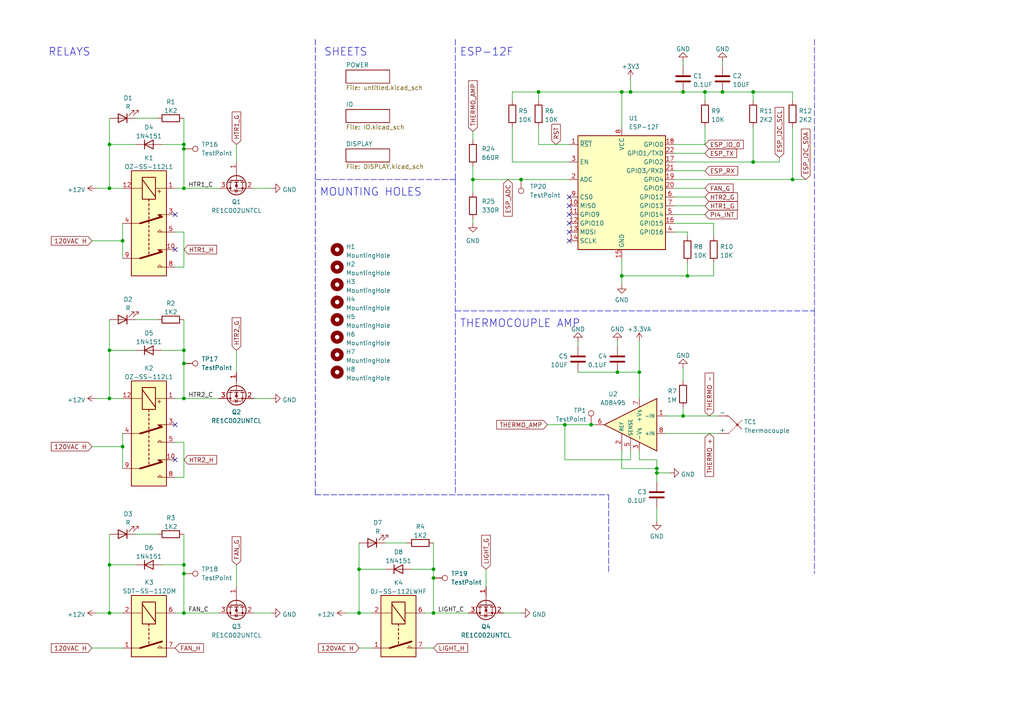
<source format=kicad_sch>
(kicad_sch (version 20211123) (generator eeschema)
  (paper "A4")
  (title_block (title "REFLOW OVEN RETOROFIT BORAD") (date "2022-12-25") (rev "B"))
  (lib_symbols
    (symbol "BUK7M6R3-40EX_2" (pin_names hide)
      (property "Reference" "Q1" (at 6.4754 0 90))
      (property "Value" "BUK7M6R3-40EX_2" (at 9.0123 0 90))
      (symbol "BUK7M6R3-40EX_2_0_1"
        (polyline (pts (xy 0.254 0) (xy -2.54 0)))
        (polyline (pts (xy 0.254 1.905) (xy 0.254 -1.905)) (stroke (width 0.254)))
        (polyline (pts (xy 0.762 -1.27) (xy 0.762 -2.286)) (stroke (width 0.254)))
        (polyline (pts (xy 0.762 0.508) (xy 0.762 -0.508)) (stroke (width 0.254)))
        (polyline (pts (xy 0.762 2.286) (xy 0.762 1.27)) (stroke (width 0.254)))
        (polyline (pts (xy 2.54 2.54) (xy 2.54 1.778)))
        (polyline (pts (xy 2.54 -2.54) (xy 2.54 0) (xy 0.762 0)))
        (polyline (pts (xy 0.762 -1.778) (xy 3.302 -1.778) (xy 3.302 1.778) (xy 0.762 1.778)))
        (polyline (pts (xy 1.016 0) (xy 2.032 0.381) (xy 2.032 -0.381) (xy 1.016 0)) (fill (type outline)))
        (polyline (pts (xy 2.794 0.508) (xy 2.921 0.381) (xy 3.683 0.381) (xy 3.81 0.254)))
        (polyline (pts (xy 3.302 0.381) (xy 2.921 -0.254) (xy 3.683 -0.254) (xy 3.302 0.381)))
        (circle (center 1.651 0) (radius 2.794) (stroke (width 0.254)))
        (circle (center 2.54 -1.778) (radius 0.254) (fill (type outline)))
        (circle (center 2.54 1.778) (radius 0.254) (fill (type outline)))
      )
      (symbol "BUK7M6R3-40EX_2_1_1"
        (pin passive line (at -5.08 0 0) (length 2.54) (name "G") (number "1"))
        (pin passive line (at 2.54 -5.08 90) (length 2.54) (name "S") (number "2"))
        (pin passive line (at 2.54 -5.08 90) (length 2.54) hide (name "S") (number "2"))
        (pin passive line (at 2.54 5.08 270) (length 2.54) (name "D") (number "3"))
        (pin passive line (at 2.54 -5.08 90) (length 2.54) hide (name "S") (number "3"))
      )
    )
    (symbol "Connector:TestPoint" (pin_numbers hide) (pin_names (offset 0.762) hide)
      (property "Reference" "TP" (at 0 6.858 0))
      (property "Value" "TestPoint" (at 0 5.08 0))
      (symbol "TestPoint_0_1"
        (circle (center 0 3.302) (radius 0.762))
      )
      (symbol "TestPoint_1_1"
        (pin passive line (at 0 0 90) (length 2.54) (name "1") (number "1"))
      )
    )
    (symbol "Device:C" (pin_numbers hide) (pin_names (offset 0.254))
      (property "Reference" "C" (at 0.635 2.54 0))
      (property "Value" "C" (at 0.635 -2.54 0))
      (symbol "C_0_1"
        (polyline (pts (xy -2.032 -0.762) (xy 2.032 -0.762)) (stroke (width 0.508)))
        (polyline (pts (xy -2.032 0.762) (xy 2.032 0.762)) (stroke (width 0.508)))
      )
      (symbol "C_1_1"
        (pin passive line (at 0 3.81 270) (length 2.794) (name "~") (number "1"))
        (pin passive line (at 0 -3.81 90) (length 2.794) (name "~") (number "2"))
      )
    )
    (symbol "Device:LED" (pin_numbers hide) (pin_names (offset 1.016) hide)
      (property "Reference" "D" (at 0 2.54 0))
      (property "Value" "LED" (at 0 -2.54 0))
      (symbol "LED_0_1"
        (polyline (pts (xy -1.27 -1.27) (xy -1.27 1.27)) (stroke (width 0.254)))
        (polyline (pts (xy -1.27 0) (xy 1.27 0)))
        (polyline (pts (xy 1.27 -1.27) (xy 1.27 1.27) (xy -1.27 0) (xy 1.27 -1.27)) (stroke (width 0.254)))
        (polyline (pts (xy -3.048 -0.762) (xy -4.572 -2.286) (xy -3.81 -2.286) (xy -4.572 -2.286) (xy -4.572 -1.524)))
        (polyline (pts (xy -1.778 -0.762) (xy -3.302 -2.286) (xy -2.54 -2.286) (xy -3.302 -2.286) (xy -3.302 -1.524)))
      )
      (symbol "LED_1_1"
        (pin passive line (at -3.81 0 0) (length 2.54) (name "K") (number "1"))
        (pin passive line (at 3.81 0 180) (length 2.54) (name "A") (number "2"))
      )
    )
    (symbol "Device:R" (pin_numbers hide) (pin_names (offset 0))
      (property "Reference" "R" (at 2.032 0 90))
      (property "Value" "R" (at 0 0 90))
      (symbol "R_0_1"
        (rectangle (start -1.016 -2.54) (end 1.016 2.54) (stroke (width 0.254)))
      )
      (symbol "R_1_1"
        (pin passive line (at 0 3.81 270) (length 1.27) (name "~") (number "1"))
        (pin passive line (at 0 -3.81 90) (length 1.27) (name "~") (number "2"))
      )
    )
    (symbol "Device:Thermocouple" (pin_numbers hide) (pin_names (offset 0))
      (property "Reference" "TC" (at -3.048 3.81 0))
      (property "Value" "Thermocouple" (at -5.08 -4.064 0))
      (symbol "Thermocouple_0_1"
        (circle (center -3.048 0) (radius 0.254) (fill (type outline)))
        (polyline (pts (xy -4.064 -1.016) (xy -4.318 -1.27)))
        (polyline (pts (xy -3.556 -0.508) (xy -3.81 -0.762)))
        (polyline (pts (xy -3.048 0) (xy -3.302 -0.254)))
        (polyline (pts (xy -2.54 0.508) (xy -2.794 0.254)))
        (polyline (pts (xy -2.032 1.016) (xy -2.286 0.762)))
        (polyline (pts (xy -1.524 1.524) (xy -1.778 1.27)))
        (polyline (pts (xy -1.016 2.032) (xy -1.27 1.778)))
        (polyline (pts (xy -0.508 2.54) (xy -0.762 2.286)))
        (polyline (pts (xy 0 -2.54) (xy -0.254 -2.54)))
        (polyline (pts (xy 0 2.54) (xy -0.508 2.54)))
        (polyline (pts (xy 0.254 -2.54) (xy -0.508 -2.54) (xy -4.318 1.27)))
      )
      (symbol "Thermocouple_1_1"
        (pin passive line (at 2.54 2.54 180) (length 2.54) (name "+") (number "1"))
        (pin passive line (at 2.54 -2.54 180) (length 2.54) (name "-") (number "2"))
      )
    )
    (symbol "Diode:1N4151" (pin_numbers hide) (pin_names hide)
      (property "Reference" "D" (at 0 2.54 0))
      (property "Value" "1N4151" (at 0 -2.54 0))
      (symbol "1N4151_0_1"
        (polyline (pts (xy -1.27 1.27) (xy -1.27 -1.27)) (stroke (width 0.254)))
        (polyline (pts (xy 1.27 0) (xy -1.27 0)))
        (polyline (pts (xy 1.27 1.27) (xy 1.27 -1.27) (xy -1.27 0) (xy 1.27 1.27)) (stroke (width 0.254)))
      )
      (symbol "1N4151_1_1"
        (pin passive line (at -3.81 0 0) (length 2.54) (name "K") (number "1"))
        (pin passive line (at 3.81 0 180) (length 2.54) (name "A") (number "2"))
      )
    )
    (symbol "Mechanical:MountingHole" (pin_names (offset 1.016))
      (property "Reference" "H" (at 0 5.08 0))
      (property "Value" "MountingHole" (at 0 3.175 0))
      (symbol "MountingHole_0_1"
        (circle (center 0 0) (radius 1.27) (stroke (width 1.27)))
      )
    )
    (symbol "RF_Module:ESP-12E"
      (property "Reference" "U" (at -12.7 19.05 0))
      (property "Value" "ESP-12E" (at 12.7 19.05 0))
      (symbol "ESP-12E_0_1"
        (rectangle (start -12.7 17.78) (end 12.7 -15.24) (stroke (width 0.254)) (fill (type background)))
      )
      (symbol "ESP-12E_1_1"
        (pin input line (at -15.24 15.24 0) (length 2.54) (name "~{RST}") (number "1"))
        (pin bidirectional line (at -15.24 -2.54 0) (length 2.54) (name "MISO") (number "10"))
        (pin bidirectional line (at -15.24 -5.08 0) (length 2.54) (name "GPIO9") (number "11"))
        (pin bidirectional line (at -15.24 -7.62 0) (length 2.54) (name "GPIO10") (number "12"))
        (pin bidirectional line (at -15.24 -10.16 0) (length 2.54) (name "MOSI") (number "13"))
        (pin bidirectional line (at -15.24 -12.7 0) (length 2.54) (name "SCLK") (number "14"))
        (pin power_in line (at 0 -17.78 90) (length 2.54) (name "GND") (number "15"))
        (pin bidirectional line (at 15.24 -7.62 180) (length 2.54) (name "GPIO15") (number "16"))
        (pin bidirectional line (at 15.24 10.16 180) (length 2.54) (name "GPIO2") (number "17"))
        (pin bidirectional line (at 15.24 15.24 180) (length 2.54) (name "GPIO0") (number "18"))
        (pin bidirectional line (at 15.24 5.08 180) (length 2.54) (name "GPIO4") (number "19"))
        (pin input line (at -15.24 5.08 0) (length 2.54) (name "ADC") (number "2"))
        (pin bidirectional line (at 15.24 2.54 180) (length 2.54) (name "GPIO5") (number "20"))
        (pin bidirectional line (at 15.24 7.62 180) (length 2.54) (name "GPIO3/RXD") (number "21"))
        (pin bidirectional line (at 15.24 12.7 180) (length 2.54) (name "GPIO1/TXD") (number "22"))
        (pin input line (at -15.24 10.16 0) (length 2.54) (name "EN") (number "3"))
        (pin bidirectional line (at 15.24 -10.16 180) (length 2.54) (name "GPIO16") (number "4"))
        (pin bidirectional line (at 15.24 -5.08 180) (length 2.54) (name "GPIO14") (number "5"))
        (pin bidirectional line (at 15.24 0 180) (length 2.54) (name "GPIO12") (number "6"))
        (pin bidirectional line (at 15.24 -2.54 180) (length 2.54) (name "GPIO13") (number "7"))
        (pin power_in line (at 0 20.32 270) (length 2.54) (name "VCC") (number "8"))
        (pin input line (at -15.24 0 0) (length 2.54) (name "CS0") (number "9"))
      )
    )
    (symbol "Relay:DIPxx-1Axx-11x"
      (property "Reference" "K" (at 8.89 3.81 0))
      (property "Value" "DIPxx-1Axx-11x" (at 8.89 1.27 0))
      (symbol "DIPxx-1Axx-11x_0_0"
        (polyline (pts (xy 5.08 5.08) (xy 5.08 2.54) (xy 4.445 3.175) (xy 5.08 3.81)))
      )
      (symbol "DIPxx-1Axx-11x_0_1"
        (rectangle (start -10.16 5.08) (end 7.62 -5.08) (stroke (width 0.254)) (fill (type background)))
        (rectangle (start -8.255 1.905) (end -1.905 -1.905) (stroke (width 0.254)))
        (polyline (pts (xy -7.62 -1.905) (xy -2.54 1.905)) (stroke (width 0.254)))
        (polyline (pts (xy -5.08 -5.08) (xy -5.08 -1.905)))
        (polyline (pts (xy -5.08 5.08) (xy -5.08 1.905)))
        (polyline (pts (xy -1.905 0) (xy -1.27 0)) (stroke (width 0.254)))
        (polyline (pts (xy -0.635 0) (xy 0 0)) (stroke (width 0.254)))
        (polyline (pts (xy 0.635 0) (xy 1.27 0)) (stroke (width 0.254)))
        (polyline (pts (xy 1.905 0) (xy 2.54 0)) (stroke (width 0.254)))
        (polyline (pts (xy 3.175 0) (xy 3.81 0)) (stroke (width 0.254)))
        (polyline (pts (xy 5.08 -2.54) (xy 3.175 3.81)) (stroke (width 0.508)))
        (polyline (pts (xy 5.08 -2.54) (xy 5.08 -5.08)))
      )
      (symbol "DIPxx-1Axx-11x_1_1"
        (pin passive line (at 5.08 -7.62 90) (length 2.54) (name "~") (number "1"))
        (pin passive line (at 5.08 -7.62 90) (length 2.54) hide (name "~") (number "14"))
        (pin passive line (at -5.08 -7.62 90) (length 2.54) (name "~") (number "2"))
        (pin passive line (at -5.08 7.62 270) (length 2.54) (name "~") (number "6"))
        (pin passive line (at 5.08 7.62 270) (length 2.54) (name "~") (number "7"))
        (pin passive line (at 5.08 7.62 270) (length 2.54) hide (name "~") (number "8"))
      )
    )
    (symbol "Relay:EE2-3NU"
      (property "Reference" "K" (at 15.24 8.89 0))
      (property "Value" "EE2-3NU" (at 19.05 6.35 0))
      (symbol "EE2-3NU_1_1"
        (rectangle (start -15.24 5.08) (end 15.24 -5.08) (stroke (width 0.254)) (fill (type background)))
        (rectangle (start -13.335 1.905) (end -6.985 -1.905) (stroke (width 0.254)))
        (polyline (pts (xy -12.7 -1.905) (xy -7.62 1.905)) (stroke (width 0.254)))
        (polyline (pts (xy -10.16 -5.08) (xy -10.16 -1.905)))
        (polyline (pts (xy -10.16 5.08) (xy -10.16 1.905)))
        (polyline (pts (xy -6.985 0) (xy -6.35 0)) (stroke (width 0.254)))
        (polyline (pts (xy -5.715 0) (xy -5.08 0)) (stroke (width 0.254)))
        (polyline (pts (xy -4.445 0) (xy -3.81 0)) (stroke (width 0.254)))
        (polyline (pts (xy -3.175 0) (xy -2.54 0)) (stroke (width 0.254)))
        (polyline (pts (xy -1.905 0) (xy -1.27 0)) (stroke (width 0.254)))
        (polyline (pts (xy -0.635 0) (xy 0 0)) (stroke (width 0.254)))
        (polyline (pts (xy 0 -2.54) (xy -1.905 3.81)) (stroke (width 0.508)))
        (polyline (pts (xy 0 -2.54) (xy 0 -5.08)))
        (polyline (pts (xy 0.635 0) (xy 1.27 0)) (stroke (width 0.254)))
        (polyline (pts (xy 1.905 0) (xy 2.54 0)) (stroke (width 0.254)))
        (polyline (pts (xy 3.175 0) (xy 3.81 0)) (stroke (width 0.254)))
        (polyline (pts (xy 4.445 0) (xy 5.08 0)) (stroke (width 0.254)))
        (polyline (pts (xy 5.715 0) (xy 6.35 0)) (stroke (width 0.254)))
        (polyline (pts (xy 6.985 0) (xy 7.62 0)) (stroke (width 0.254)))
        (polyline (pts (xy 8.255 0) (xy 8.89 0)) (stroke (width 0.254)))
        (polyline (pts (xy 10.16 -2.54) (xy 8.255 3.81)) (stroke (width 0.508)))
        (polyline (pts (xy 10.16 -2.54) (xy 10.16 -5.08)))
        (polyline (pts (xy -2.54 5.08) (xy -2.54 2.54) (xy -1.905 3.175) (xy -2.54 3.81)) (fill (type outline)))
        (polyline (pts (xy 2.54 5.08) (xy 2.54 2.54) (xy 1.905 3.175) (xy 2.54 3.81)))
        (polyline (pts (xy 7.62 5.08) (xy 7.62 2.54) (xy 8.255 3.175) (xy 7.62 3.81)) (fill (type outline)))
        (polyline (pts (xy 12.7 5.08) (xy 12.7 2.54) (xy 12.065 3.175) (xy 12.7 3.81)))
        (text "+" (at -9.271 2.921 0) (effects (font (size 1.27 1.27))))
        (pin passive line (at -10.16 7.62 270) (length 2.54) (name "~") (number "1"))
        (pin passive line (at 7.62 7.62 270) (length 2.54) (name "~") (number "10"))
        (pin passive line (at -10.16 -7.62 90) (length 2.54) (name "~") (number "12"))
        (pin passive line (at -2.54 7.62 270) (length 2.54) (name "~") (number "3"))
        (pin passive line (at 0 -7.62 90) (length 2.54) (name "~") (number "4"))
        (pin passive line (at 2.54 7.62 270) (length 2.54) (name "~") (number "5"))
        (pin passive line (at 12.7 7.62 270) (length 2.54) (name "~") (number "8"))
        (pin passive line (at 10.16 -7.62 90) (length 2.54) (name "~") (number "9"))
      )
    )
    (symbol "Sensor_Temperature:AD8495"
      (property "Reference" "U" (at 5.08 3.81 0))
      (property "Value" "AD8495" (at 8.89 -3.81 0))
      (symbol "AD8495_0_1"
        (polyline (pts (xy -7.62 7.62) (xy 7.62 0) (xy -7.62 -7.62) (xy -7.62 7.62)) (stroke (width 0.254)) (fill (type background)))
      )
      (symbol "AD8495_1_1"
        (pin input line (at -10.16 2.54 0) (length 2.54) (name "-IN") (number "1"))
        (pin input line (at 2.54 -7.62 90) (length 5.08) (name "REF") (number "2"))
        (pin power_in line (at -2.54 -7.62 90) (length 2.54) (name "-Vs") (number "3"))
        (pin no_connect line (at -5.08 0 180) (length 2.54) hide (name "NC") (number "4"))
        (pin passive line (at 0 -7.62 90) (length 3.81) (name "SENSE") (number "5"))
        (pin output line (at 10.16 0 180) (length 2.54) (name "~") (number "6"))
        (pin power_in line (at -2.54 7.62 270) (length 2.54) (name "+Vs") (number "7"))
        (pin input line (at -10.16 -2.54 0) (length 2.54) (name "+IN") (number "8"))
      )
    )
    (symbol "power:+12V" (power) (pin_names (offset 0))
      (property "Value" "+12V" (at 0 3.556 0))
      (symbol "+12V_0_1"
        (polyline (pts (xy -0.762 1.27) (xy 0 2.54)))
        (polyline (pts (xy 0 0) (xy 0 2.54)))
        (polyline (pts (xy 0 2.54) (xy 0.762 1.27)))
      )
      (symbol "+12V_1_1"
        (pin power_in line (at 0 0 90) (length 0) hide (name "+12V") (number "1"))
      )
    )
    (symbol "power:+3.3VA" (power) (pin_names (offset 0))
      (property "Value" "+3.3VA" (at 0 3.556 0))
      (symbol "+3.3VA_0_1"
        (polyline (pts (xy -0.762 1.27) (xy 0 2.54)))
        (polyline (pts (xy 0 0) (xy 0 2.54)))
        (polyline (pts (xy 0 2.54) (xy 0.762 1.27)))
      )
      (symbol "+3.3VA_1_1"
        (pin power_in line (at 0 0 90) (length 0) hide (name "+3.3VA") (number "1"))
      )
    )
    (symbol "power:+3V3" (power) (pin_names (offset 0))
      (property "Value" "+3V3" (at 0 3.556 0))
      (symbol "+3V3_0_1"
        (polyline (pts (xy -0.762 1.27) (xy 0 2.54)))
        (polyline (pts (xy 0 0) (xy 0 2.54)))
        (polyline (pts (xy 0 2.54) (xy 0.762 1.27)))
      )
      (symbol "+3V3_1_1"
        (pin power_in line (at 0 0 90) (length 0) hide (name "+3V3") (number "1"))
      )
    )
    (symbol "power:GND" (power) (pin_names (offset 0))
      (property "Value" "GND" (at 0 -3.81 0))
      (symbol "GND_0_1"
        (polyline (pts (xy 0 0) (xy 0 -1.27) (xy 1.27 -1.27) (xy 0 -2.54) (xy -1.27 -1.27) (xy 0 -1.27)))
      )
      (symbol "GND_1_1"
        (pin power_in line (at 0 0 270) (length 0) hide (name "GND") (number "1"))
      )
    )
  )
  (junction (at 31.75 115.57))
  (junction (at 53.34 177.8))
  (junction (at 204.47 26.67))
  (junction (at 35.56 69.85))
  (junction (at 31.75 54.61))
  (junction (at 180.34 80.01))
  (junction (at 104.14 165.1))
  (junction (at 137.16 52.07))
  (junction (at 125.73 165.1))
  (junction (at 198.12 26.67))
  (junction (at 53.34 101.6))
  (junction (at 209.55 26.67))
  (junction (at 31.75 177.8))
  (junction (at 218.44 26.67))
  (junction (at 163.83 123.19))
  (junction (at 190.5 137.16))
  (junction (at 171.45 123.19))
  (junction (at 53.34 166.37))
  (junction (at 151.13 52.07))
  (junction (at 179.07 107.95))
  (junction (at 53.34 41.91))
  (junction (at 53.34 163.83))
  (junction (at 182.88 26.67))
  (junction (at 190.5 135.89))
  (junction (at 180.34 26.67))
  (junction (at 53.34 54.61))
  (junction (at 53.34 43.18))
  (junction (at 104.14 177.8))
  (junction (at 31.75 101.6))
  (junction (at 31.75 163.83))
  (junction (at 185.42 107.95))
  (junction (at 53.34 115.57))
  (junction (at 35.56 129.54))
  (junction (at 229.87 52.07))
  (junction (at 156.21 26.67))
  (junction (at 125.73 167.64))
  (junction (at 53.34 105.41))
  (junction (at 218.44 46.99))
  (junction (at 31.75 41.91))
  (junction (at 199.39 80.01))
  (junction (at 125.73 177.8))
  (junction (at 198.12 120.65))
  (no_connect (at 50.8 62.23))
  (no_connect (at 165.1 67.31))
  (no_connect (at 50.8 123.19))
  (no_connect (at 165.1 59.69))
  (no_connect (at 50.8 72.39))
  (no_connect (at 165.1 64.77))
  (no_connect (at 165.1 62.23))
  (no_connect (at 50.8 133.35))
  (no_connect (at 165.1 69.85))
  (no_connect (at 165.1 57.15))
  (wire (pts (xy 68.58 101.6) (xy 68.58 107.95)))
  (wire (pts (xy 185.42 133.35) (xy 190.5 133.35)))
  (wire (pts (xy 53.34 177.8) (xy 63.5 177.8)))
  (wire (pts (xy 148.59 26.67) (xy 148.59 29.21)))
  (wire (pts (xy 31.75 54.61) (xy 35.56 54.61)))
  (wire (pts (xy 195.58 64.77) (xy 207.01 64.77)))
  (wire (pts (xy 204.47 26.67) (xy 204.47 29.21)))
  (wire (pts (xy 179.07 107.95) (xy 167.64 107.95)))
  (wire (pts (xy 180.34 80.01) (xy 180.34 82.55)))
  (wire (pts (xy 125.73 165.1) (xy 125.73 167.64)))
  (wire (pts (xy 53.34 154.94) (xy 53.34 163.83)))
  (wire (pts (xy 53.34 138.43) (xy 50.8 138.43)))
  (wire (pts (xy 195.58 44.45) (xy 204.47 44.45)))
  (wire (pts (xy 182.88 26.67) (xy 198.12 26.67)))
  (wire (pts (xy 137.16 63.5) (xy 137.16 64.77)))
  (wire (pts (xy 199.39 67.31) (xy 199.39 68.58)))
  (wire (pts (xy 195.58 57.15) (xy 204.47 57.15)))
  (wire (pts (xy 182.88 130.81) (xy 182.88 133.35)))
  (wire (pts (xy 195.58 41.91) (xy 204.47 41.91)))
  (wire (pts (xy 156.21 41.91) (xy 156.21 36.83)))
  (wire (pts (xy 218.44 46.99) (xy 226.06 46.99)))
  (wire (pts (xy 190.5 133.35) (xy 190.5 135.89)))
  (wire (pts (xy 172.72 123.19) (xy 171.45 123.19)))
  (wire (pts (xy 179.07 99.06) (xy 179.07 100.33)))
  (wire (pts (xy 163.83 123.19) (xy 163.83 133.35)))
  (wire (pts (xy 185.42 130.81) (xy 185.42 133.35)))
  (wire (pts (xy 125.73 177.8) (xy 123.19 177.8)))
  (wire (pts (xy 171.45 123.19) (xy 163.83 123.19)))
  (wire (pts (xy 31.75 41.91) (xy 31.75 54.61)))
  (wire (pts (xy 182.88 133.35) (xy 163.83 133.35)))
  (wire (pts (xy 53.34 67.31) (xy 53.34 77.47)))
  (wire (pts (xy 180.34 74.93) (xy 180.34 80.01)))
  (wire (pts (xy 156.21 29.21) (xy 156.21 26.67)))
  (wire (pts (xy 104.14 157.48) (xy 104.14 165.1)))
  (wire (pts (xy 198.12 120.65) (xy 193.04 120.65)))
  (wire (pts (xy 125.73 167.64) (xy 125.73 177.8)))
  (wire (pts (xy 53.34 105.41) (xy 53.34 115.57)))
  (polyline (pts (xy 132.08 52.07) (xy 132.08 143.51)))
  (wire (pts (xy 31.75 177.8) (xy 35.56 177.8)))
  (wire (pts (xy 185.42 99.06) (xy 185.42 107.95)))
  (wire (pts (xy 209.55 26.67) (xy 218.44 26.67)))
  (wire (pts (xy 111.76 165.1) (xy 104.14 165.1)))
  (wire (pts (xy 208.28 125.73) (xy 193.04 125.73)))
  (wire (pts (xy 53.34 34.29) (xy 53.34 41.91)))
  (wire (pts (xy 39.37 163.83) (xy 31.75 163.83)))
  (wire (pts (xy 198.12 118.11) (xy 198.12 120.65)))
  (wire (pts (xy 53.34 54.61) (xy 50.8 54.61)))
  (wire (pts (xy 35.56 64.77) (xy 35.56 69.85)))
  (wire (pts (xy 39.37 101.6) (xy 31.75 101.6)))
  (wire (pts (xy 198.12 17.78) (xy 198.12 19.05)))
  (wire (pts (xy 226.06 46.99) (xy 226.06 45.72)))
  (wire (pts (xy 31.75 115.57) (xy 35.56 115.57)))
  (polyline (pts (xy 132.08 11.43) (xy 132.08 52.07)))
  (wire (pts (xy 195.58 59.69) (xy 204.47 59.69)))
  (wire (pts (xy 137.16 48.26) (xy 137.16 52.07)))
  (wire (pts (xy 204.47 26.67) (xy 209.55 26.67)))
  (wire (pts (xy 199.39 80.01) (xy 199.39 76.2)))
  (wire (pts (xy 229.87 29.21) (xy 229.87 26.67)))
  (wire (pts (xy 229.87 36.83) (xy 229.87 52.07)))
  (wire (pts (xy 39.37 154.94) (xy 45.72 154.94)))
  (wire (pts (xy 53.34 115.57) (xy 63.5 115.57)))
  (wire (pts (xy 104.14 187.96) (xy 107.95 187.96)))
  (wire (pts (xy 53.34 163.83) (xy 53.34 166.37)))
  (wire (pts (xy 195.58 49.53) (xy 204.47 49.53)))
  (wire (pts (xy 163.83 123.19) (xy 158.75 123.19)))
  (wire (pts (xy 27.94 115.57) (xy 31.75 115.57)))
  (wire (pts (xy 31.75 34.29) (xy 31.75 41.91)))
  (wire (pts (xy 27.94 177.8) (xy 31.75 177.8)))
  (wire (pts (xy 185.42 107.95) (xy 185.42 115.57)))
  (polyline (pts (xy 132.08 90.17) (xy 236.22 90.17)))
  (polyline (pts (xy 91.44 143.51) (xy 176.53 143.51)))
  (wire (pts (xy 148.59 46.99) (xy 148.59 36.83)))
  (wire (pts (xy 207.01 76.2) (xy 207.01 80.01)))
  (wire (pts (xy 148.59 46.99) (xy 165.1 46.99)))
  (wire (pts (xy 190.5 137.16) (xy 190.5 139.7)))
  (wire (pts (xy 68.58 163.83) (xy 68.58 170.18)))
  (wire (pts (xy 137.16 38.1) (xy 137.16 40.64)))
  (wire (pts (xy 39.37 92.71) (xy 45.72 92.71)))
  (wire (pts (xy 53.34 115.57) (xy 50.8 115.57)))
  (wire (pts (xy 31.75 163.83) (xy 31.75 177.8)))
  (wire (pts (xy 46.99 41.91) (xy 53.34 41.91)))
  (polyline (pts (xy 91.44 11.43) (xy 91.44 143.51)))
  (wire (pts (xy 46.99 163.83) (xy 53.34 163.83)))
  (wire (pts (xy 53.34 43.18) (xy 53.34 54.61)))
  (wire (pts (xy 180.34 130.81) (xy 180.34 135.89)))
  (wire (pts (xy 180.34 135.89) (xy 190.5 135.89)))
  (wire (pts (xy 165.1 41.91) (xy 156.21 41.91)))
  (wire (pts (xy 53.34 54.61) (xy 63.5 54.61)))
  (wire (pts (xy 190.5 147.32) (xy 190.5 151.13)))
  (wire (pts (xy 68.58 41.91) (xy 68.58 46.99)))
  (wire (pts (xy 208.28 120.65) (xy 198.12 120.65)))
  (wire (pts (xy 180.34 26.67) (xy 180.34 36.83)))
  (wire (pts (xy 53.34 92.71) (xy 53.34 101.6)))
  (wire (pts (xy 31.75 154.94) (xy 31.75 163.83)))
  (wire (pts (xy 179.07 107.95) (xy 185.42 107.95)))
  (wire (pts (xy 148.59 26.67) (xy 156.21 26.67)))
  (wire (pts (xy 53.34 41.91) (xy 53.34 43.18)))
  (wire (pts (xy 180.34 80.01) (xy 199.39 80.01)))
  (wire (pts (xy 53.34 128.27) (xy 53.34 138.43)))
  (wire (pts (xy 218.44 26.67) (xy 218.44 29.21)))
  (wire (pts (xy 204.47 41.91) (xy 204.47 36.83)))
  (wire (pts (xy 195.58 54.61) (xy 204.47 54.61)))
  (wire (pts (xy 50.8 77.47) (xy 53.34 77.47)))
  (wire (pts (xy 190.5 135.89) (xy 190.5 137.16)))
  (wire (pts (xy 195.58 52.07) (xy 229.87 52.07)))
  (wire (pts (xy 50.8 128.27) (xy 53.34 128.27)))
  (wire (pts (xy 123.19 187.96) (xy 125.73 187.96)))
  (wire (pts (xy 26.67 187.96) (xy 35.56 187.96)))
  (polyline (pts (xy 176.53 143.51) (xy 176.53 166.37)))
  (wire (pts (xy 194.31 137.16) (xy 190.5 137.16)))
  (wire (pts (xy 156.21 26.67) (xy 180.34 26.67)))
  (wire (pts (xy 73.66 115.57) (xy 78.74 115.57)))
  (polyline (pts (xy 236.22 11.43) (xy 236.22 90.17)))
  (wire (pts (xy 167.64 99.06) (xy 167.64 100.33)))
  (wire (pts (xy 100.33 177.8) (xy 104.14 177.8)))
  (wire (pts (xy 35.56 129.54) (xy 35.56 135.89)))
  (wire (pts (xy 111.76 157.48) (xy 118.11 157.48)))
  (wire (pts (xy 31.75 92.71) (xy 31.75 101.6)))
  (wire (pts (xy 104.14 177.8) (xy 107.95 177.8)))
  (wire (pts (xy 119.38 165.1) (xy 125.73 165.1)))
  (wire (pts (xy 27.94 54.61) (xy 31.75 54.61)))
  (wire (pts (xy 39.37 41.91) (xy 31.75 41.91)))
  (wire (pts (xy 229.87 52.07) (xy 233.68 52.07)))
  (wire (pts (xy 137.16 52.07) (xy 151.13 52.07)))
  (wire (pts (xy 140.97 165.1) (xy 140.97 170.18)))
  (wire (pts (xy 146.05 177.8) (xy 151.13 177.8)))
  (wire (pts (xy 207.01 80.01) (xy 199.39 80.01)))
  (wire (pts (xy 39.37 34.29) (xy 45.72 34.29)))
  (wire (pts (xy 195.58 62.23) (xy 204.47 62.23)))
  (wire (pts (xy 26.67 69.85) (xy 35.56 69.85)))
  (wire (pts (xy 137.16 52.07) (xy 137.16 55.88)))
  (wire (pts (xy 73.66 177.8) (xy 78.74 177.8)))
  (wire (pts (xy 26.67 129.54) (xy 35.56 129.54)))
  (wire (pts (xy 229.87 26.67) (xy 218.44 26.67)))
  (wire (pts (xy 195.58 46.99) (xy 218.44 46.99)))
  (wire (pts (xy 53.34 166.37) (xy 53.34 177.8)))
  (wire (pts (xy 151.13 52.07) (xy 165.1 52.07)))
  (wire (pts (xy 53.34 177.8) (xy 50.8 177.8)))
  (wire (pts (xy 53.34 101.6) (xy 53.34 105.41)))
  (polyline (pts (xy 236.22 90.17) (xy 236.22 166.37)))
  (wire (pts (xy 198.12 106.68) (xy 198.12 110.49)))
  (wire (pts (xy 198.12 26.67) (xy 204.47 26.67)))
  (polyline (pts (xy 132.08 52.07) (xy 91.44 52.07)))
  (wire (pts (xy 35.56 69.85) (xy 35.56 74.93)))
  (wire (pts (xy 46.99 101.6) (xy 53.34 101.6)))
  (wire (pts (xy 218.44 36.83) (xy 218.44 46.99)))
  (wire (pts (xy 35.56 125.73) (xy 35.56 129.54)))
  (wire (pts (xy 50.8 67.31) (xy 53.34 67.31)))
  (wire (pts (xy 31.75 101.6) (xy 31.75 115.57)))
  (wire (pts (xy 125.73 157.48) (xy 125.73 165.1)))
  (wire (pts (xy 104.14 165.1) (xy 104.14 177.8)))
  (wire (pts (xy 73.66 54.61) (xy 78.74 54.61)))
  (wire (pts (xy 207.01 64.77) (xy 207.01 68.58)))
  (wire (pts (xy 182.88 22.86) (xy 182.88 26.67)))
  (wire (pts (xy 125.73 177.8) (xy 135.89 177.8)))
  (wire (pts (xy 180.34 26.67) (xy 182.88 26.67)))
  (wire (pts (xy 209.55 17.78) (xy 209.55 19.05)))
  (wire (pts (xy 195.58 67.31) (xy 199.39 67.31)))
  (text "THERMOCOUPLE AMP" (at 133.35 95.25 0) (effects (font (size 2.25 2.25)) (justify left bottom)))
  (text "ESP-12F\n" (at 133.35 16.51 0) (effects (font (size 2.25 2.25)) (justify left bottom)))
  (text "SHEETS\n" (at 93.98 16.51 0) (effects (font (size 2.25 2.25)) (justify left bottom)))
  (text "MOUNTING HOLES" (at 92.71 57.15 0) (effects (font (size 2.25 2.25)) (justify left bottom)))
  (text "RELAYS\n" (at 13.97 16.51 0) (effects (font (size 2.25 2.25)) (justify left bottom)))
  (label "HTR2_C" (at 54.61 115.57 0))
  (label "FAN_C" (at 54.61 177.8 0))
  (label "LIGHT_C" (at 127 177.8 0))
  (label "HTR1_C" (at 54.61 54.61 0))
  (global_label "ESP_RX" (shape input) (at 204.47 49.53 0) (property "Intersheet References" "${INTERSHEET_REFS}" (effects hide)))
  (global_label "HTR1_H" (shape input) (at 53.34 72.39 0) (property "Intersheet References" "${INTERSHEET_REFS}" (effects hide)))
  (global_label "PI4_INT" (shape input) (at 204.47 62.23 0) (property "Intersheet References" "${INTERSHEET_REFS}" (effects hide)))
  (global_label "120VAC H" (shape input) (at 26.67 129.54 180) (property "Intersheet References" "${INTERSHEET_REFS}" (effects hide)))
  (global_label "THERMO -" (shape input) (at 205.74 120.65 90) (property "Intersheet References" "${INTERSHEET_REFS}" (effects hide)))
  (global_label "RST" (shape input) (at 161.29 41.91 90) (property "Intersheet References" "${INTERSHEET_REFS}" (effects hide)))
  (global_label "ESP_ADC" (shape input) (at 147.32 52.07 270) (property "Intersheet References" "${INTERSHEET_REFS}" (effects hide)))
  (global_label "FAN_G" (shape input) (at 68.58 163.83 90) (property "Intersheet References" "${INTERSHEET_REFS}" (effects hide)))
  (global_label "ESP_IO_0" (shape input) (at 204.47 41.91 0) (property "Intersheet References" "${INTERSHEET_REFS}" (effects hide)))
  (global_label "HTR2_H" (shape input) (at 53.34 133.35 0) (property "Intersheet References" "${INTERSHEET_REFS}" (effects hide)))
  (global_label "HTR2_G" (shape input) (at 68.58 101.6 90) (property "Intersheet References" "${INTERSHEET_REFS}" (effects hide)))
  (global_label "120VAC H" (shape input) (at 104.14 187.96 180) (property "Intersheet References" "${INTERSHEET_REFS}" (effects hide)))
  (global_label "FAN_G" (shape input) (at 204.47 54.61 0) (property "Intersheet References" "${INTERSHEET_REFS}" (effects hide)))
  (global_label "120VAC H" (shape input) (at 26.67 187.96 180) (property "Intersheet References" "${INTERSHEET_REFS}" (effects hide)))
  (global_label "ESP_TX" (shape input) (at 204.47 44.45 0) (property "Intersheet References" "${INTERSHEET_REFS}" (effects hide)))
  (global_label "120VAC H" (shape input) (at 26.67 69.85 180) (property "Intersheet References" "${INTERSHEET_REFS}" (effects hide)))
  (global_label "THERMO +" (shape input) (at 205.74 125.73 270) (property "Intersheet References" "${INTERSHEET_REFS}" (effects hide)))
  (global_label "HTR1_G" (shape input) (at 68.58 41.91 90) (property "Intersheet References" "${INTERSHEET_REFS}" (effects hide)))
  (global_label "LIGHT_G" (shape input) (at 140.97 165.1 90) (property "Intersheet References" "${INTERSHEET_REFS}" (effects hide)))
  (global_label "LIGHT_H" (shape input) (at 125.73 187.96 0) (property "Intersheet References" "${INTERSHEET_REFS}" (effects hide)))
  (global_label "ESP_I2C_SCL" (shape input) (at 226.06 45.72 90) (property "Intersheet References" "${INTERSHEET_REFS}" (effects hide)))
  (global_label "ESP_I2C_SDA" (shape input) (at 233.68 52.07 90) (property "Intersheet References" "${INTERSHEET_REFS}" (effects hide)))
  (global_label "HTR1_G" (shape input) (at 204.47 59.69 0) (property "Intersheet References" "${INTERSHEET_REFS}" (effects hide)))
  (global_label "THERMO_AMP" (shape input) (at 137.16 38.1 90) (property "Intersheet References" "${INTERSHEET_REFS}" (effects hide)))
  (global_label "FAN_H" (shape input) (at 50.8 187.96 0) (property "Intersheet References" "${INTERSHEET_REFS}" (effects hide)))
  (global_label "HTR2_G" (shape input) (at 204.47 57.15 0) (property "Intersheet References" "${INTERSHEET_REFS}" (effects hide)))
  (global_label "THERMO_AMP" (shape input) (at 158.75 123.19 180) (property "Intersheet References" "${INTERSHEET_REFS}" (effects hide)))
  (symbol (lib_id "Device:R") (at 199.39 72.39 0) (unit 1)
    (property "Reference" "R8" (at 201.168 71.5553 0) (effects (justify left)))
    (property "Value" "10K" (at 201.168 74.0922 0) (effects (justify left)))
    (property "Footprint" "Resistor_SMD:R_0603_1608Metric" (effects hide))
  )
  (symbol (lib_id "power:GND") (at 198.12 106.68 0) (mirror x) (unit 1)
    (property "Reference" "#PWR013" (effects hide))
    (property "Value" "GND" (at 198.12 103.1042 0))
  )
  (symbol (lib_id "Mechanical:MountingHole") (at 97.79 77.47 0) (unit 1)
    (property "Reference" "H2" (at 100.33 76.6353 0) (effects (justify left)))
    (property "Value" "MountingHole" (at 100.33 79.1722 0) (effects (justify left)))
    (property "Footprint" "MountingHole:MountingHole_3.2mm_M3" (effects hide))
  )
  (symbol (lib_id "Connector:TestPoint") (at 53.34 166.37 270) (unit 1)
    (property "Reference" "TP18" (at 58.42 165.0999 90) (effects (justify left)))
    (property "Value" "TestPoint" (at 58.42 167.6399 90) (effects (justify left)))
    (property "Footprint" "TestPoint:TestPoint_Pad_D2.0mm" (effects hide))
  )
  (symbol (lib_id "power:GND") (at 78.74 115.57 90) (unit 1)
    (property "Reference" "#PWR05" (effects hide))
    (property "Value" "GND" (at 81.915 116.0038 90) (effects (justify right)))
  )
  (symbol (lib_id "Connector:TestPoint") (at 171.45 123.19 0) (mirror y) (unit 1)
    (property "Reference" "TP1" (at 170.053 119.0533 0) (effects (justify left)))
    (property "Value" "TestPoint" (at 170.053 121.5902 0) (effects (justify left)))
    (property "Footprint" "TestPoint:TestPoint_Pad_D2.0mm" (effects hide))
  )
  (symbol (lib_id "Mechanical:MountingHole") (at 97.79 87.63 0) (unit 1)
    (property "Reference" "H4" (at 100.33 86.7953 0) (effects (justify left)))
    (property "Value" "MountingHole" (at 100.33 89.3322 0) (effects (justify left)))
    (property "Footprint" "MountingHole:MountingHole_3.2mm_M3" (effects hide))
  )
  (symbol (lib_id "Device:R") (at 207.01 72.39 0) (unit 1)
    (property "Reference" "R10" (at 208.788 71.5553 0) (effects (justify left)))
    (property "Value" "10K" (at 208.788 74.0922 0) (effects (justify left)))
    (property "Footprint" "Resistor_SMD:R_0603_1608Metric" (effects hide))
  )
  (symbol (lib_id "power:GND") (at 198.12 17.78 180) (unit 1)
    (property "Reference" "#PWR09" (effects hide))
    (property "Value" "GND" (at 198.12 14.2042 0))
  )
  (symbol (lib_id "power:+3V3") (at 182.88 22.86 0) (unit 1)
    (property "Reference" "#PWR012" (effects hide))
    (property "Value" "+3V3" (at 182.88 19.2842 0))
  )
  (symbol (lib_id "power:GND") (at 151.13 177.8 90) (unit 1)
    (property "Reference" "#PWR08" (effects hide))
    (property "Value" "GND" (at 154.305 178.2338 90) (effects (justify right)))
  )
  (symbol (lib_id "Device:C") (at 167.64 104.14 0) (mirror y) (unit 1)
    (property "Reference" "C5" (at 164.719 103.3053 0) (effects (justify left)))
    (property "Value" "10UF" (at 164.719 105.8422 0) (effects (justify left)))
    (property "Footprint" "Capacitor_SMD:C_0603_1608Metric" (effects hide))
  )
  (symbol (lib_id "power:+12V") (at 100.33 177.8 90) (unit 1)
    (property "Reference" "#PWR07" (effects hide))
    (property "Value" "+12V" (at 97.155 178.2338 90) (effects (justify left)))
  )
  (symbol (lib_id "power:+12V") (at 27.94 115.57 90) (unit 1)
    (property "Reference" "#PWR02" (effects hide))
    (property "Value" "+12V" (at 24.765 116.0038 90) (effects (justify left)))
  )
  (symbol (lib_id "Diode:1N4151") (at 115.57 165.1 0) (unit 1)
    (property "Reference" "D8" (at 115.57 160.1302 0))
    (property "Value" "1N4151" (at 115.57 162.6671 0))
    (property "Footprint" "Diode_SMD:D_0603_1608Metric" (effects hide))
    (property "Datasheet" "http://www.microsemi.com/document-portal/doc_view/11580-lds-0239" (effects hide))
  )
  (symbol (lib_id "Device:C") (at 209.55 22.86 0) (unit 1)
    (property "Reference" "C2" (at 212.471 22.0253 0) (effects (justify left)))
    (property "Value" "10UF" (at 212.471 24.5622 0) (effects (justify left)))
    (property "Footprint" "Capacitor_SMD:C_0603_1608Metric" (effects hide))
  )
  (symbol (lib_id "Diode:1N4151") (at 43.18 41.91 0) (unit 1)
    (property "Reference" "D4" (at 43.18 36.9402 0))
    (property "Value" "1N4151" (at 43.18 39.4771 0))
    (property "Footprint" "Diode_SMD:D_0603_1608Metric" (effects hide))
    (property "Datasheet" "http://www.microsemi.com/document-portal/doc_view/11580-lds-0239" (effects hide))
  )
  (symbol (lib_id "Device:R") (at 137.16 44.45 0) (unit 1)
    (property "Reference" "R24" (at 139.7 43.1799 0) (effects (justify left)))
    (property "Value" "660R" (at 139.7 45.7199 0) (effects (justify left)))
    (property "Footprint" "Resistor_SMD:R_0603_1608Metric" (effects hide))
  )
  (symbol (lib_id "power:GND") (at 194.31 137.16 90) (mirror x) (unit 1)
    (property "Reference" "#PWR014" (effects hide))
    (property "Value" "GND" (at 197.4849 137.5938 90) (effects (justify right)))
  )
  (symbol (lib_id "Mechanical:MountingHole") (at 97.79 92.71 0) (unit 1)
    (property "Reference" "H5" (at 100.33 91.8753 0) (effects (justify left)))
    (property "Value" "MountingHole" (at 100.33 94.4122 0) (effects (justify left)))
    (property "Footprint" "MountingHole:MountingHole_3.2mm_M3" (effects hide))
  )
  (symbol (lib_id "Relay:EE2-3NU") (at 43.18 125.73 270) (unit 1)
    (property "Reference" "K2" (at 43.18 106.7902 90))
    (property "Value" "OZ-SS-112L1" (at 43.18 109.3271 90))
    (property "Footprint" "EXTRA:0Z-SS-112L1" (effects hide))
    (property "Datasheet" "https://content.kemet.com/datasheets/KEM_R7002_EC2_EE2.pdf" (effects hide))
  )
  (symbol (lib_id "RF_Module:ESP-12E") (at 180.34 57.15 0) (unit 1)
    (property "Reference" "U1" (at 182.3594 34.29 0) (effects (justify left)))
    (property "Value" "ESP-12F" (at 182.3594 36.83 0) (effects (justify left)))
    (property "Footprint" "RF_Module:ESP-12E" (effects hide))
    (property "Datasheet" "http://wiki.ai-thinker.com/_media/esp8266/esp8266_series_modules_user_manual_v1.1.pdf" (effects hide))
  )
  (symbol (lib_id "Mechanical:MountingHole") (at 97.79 102.87 0) (unit 1)
    (property "Reference" "H7" (at 100.33 102.0353 0) (effects (justify left)))
    (property "Value" "MountingHole" (at 100.33 104.5722 0) (effects (justify left)))
    (property "Footprint" "MountingHole:MountingHole_3.2mm_M3" (effects hide))
  )
  (symbol (lib_name "BUK7M6R3-40EX_2") (lib_id "Transistor_FET:BUK7M6R3-40EX") (at 68.58 175.26 90) (mirror x) (unit 1)
    (property "Reference" "Q3" (at 68.58 181.7354 90))
    (property "Value" "RE1C002UNTCL" (at 68.58 184.2723 90))
    (property "Footprint" "Package_TO_SOT_SMD:SOT-416" (effects hide))
    (property "Datasheet" "https://assets.nexperia.com/documents/data-sheet/BUK7M6R3-40E.pdf" (effects hide))
  )
  (symbol (lib_name "BUK7M6R3-40EX_2") (lib_id "Transistor_FET:BUK7M6R3-40EX") (at 68.58 52.07 90) (mirror x) (unit 1)
    (property "Reference" "Q1" (at 68.58 58.5454 90))
    (property "Value" "RE1C002UNTCL" (at 68.58 61.0823 90))
    (property "Footprint" "Package_TO_SOT_SMD:SOT-416" (effects hide))
    (property "Datasheet" "https://assets.nexperia.com/documents/data-sheet/BUK7M6R3-40E.pdf" (effects hide))
  )
  (symbol (lib_id "Diode:1N4151") (at 43.18 163.83 0) (unit 1)
    (property "Reference" "D6" (at 43.18 158.8602 0))
    (property "Value" "1N4151" (at 43.18 161.3971 0))
    (property "Footprint" "Diode_SMD:D_0603_1608Metric" (effects hide))
    (property "Datasheet" "http://www.microsemi.com/document-portal/doc_view/11580-lds-0239" (effects hide))
  )
  (symbol (lib_id "power:GND") (at 209.55 17.78 180) (unit 1)
    (property "Reference" "#PWR010" (effects hide))
    (property "Value" "GND" (at 209.55 14.2042 0))
  )
  (symbol (lib_id "power:GND") (at 78.74 54.61 90) (unit 1)
    (property "Reference" "#PWR04" (effects hide))
    (property "Value" "GND" (at 81.915 55.0438 90) (effects (justify right)))
  )
  (symbol (lib_id "power:+12V") (at 27.94 177.8 90) (unit 1)
    (property "Reference" "#PWR03" (effects hide))
    (property "Value" "+12V" (at 24.765 178.2338 90) (effects (justify left)))
  )
  (symbol (lib_id "Mechanical:MountingHole") (at 97.79 107.95 0) (unit 1)
    (property "Reference" "H8" (at 100.33 107.1153 0) (effects (justify left)))
    (property "Value" "MountingHole" (at 100.33 109.6522 0) (effects (justify left)))
    (property "Footprint" "MountingHole:MountingHole_3.2mm_M3" (effects hide))
  )
  (symbol (lib_id "Device:C") (at 179.07 104.14 0) (mirror y) (unit 1)
    (property "Reference" "C4" (at 176.149 103.3053 0) (effects (justify left)))
    (property "Value" "0.1UF" (at 176.149 105.8422 0) (effects (justify left)))
    (property "Footprint" "Capacitor_SMD:C_0603_1608Metric" (effects hide))
  )
  (symbol (lib_id "power:+12V") (at 27.94 54.61 90) (unit 1)
    (property "Reference" "#PWR01" (effects hide))
    (property "Value" "+12V" (at 24.765 55.0438 90) (effects (justify left)))
  )
  (symbol (lib_id "power:GND") (at 78.74 177.8 90) (unit 1)
    (property "Reference" "#PWR06" (effects hide))
    (property "Value" "GND" (at 81.915 178.2338 90) (effects (justify right)))
  )
  (symbol (lib_id "Device:R") (at 204.47 33.02 0) (unit 1)
    (property "Reference" "R9" (at 206.248 32.1853 0) (effects (justify left)))
    (property "Value" "10K" (at 206.248 34.7222 0) (effects (justify left)))
    (property "Footprint" "Resistor_SMD:R_0603_1608Metric" (effects hide))
  )
  (symbol (lib_id "Mechanical:MountingHole") (at 97.79 72.39 0) (unit 1)
    (property "Reference" "H1" (at 100.33 71.5553 0) (effects (justify left)))
    (property "Value" "MountingHole" (at 100.33 74.0922 0) (effects (justify left)))
    (property "Footprint" "MountingHole:MountingHole_3.2mm_M3" (effects hide))
  )
  (symbol (lib_id "Device:Thermocouple") (at 210.82 123.19 180) (unit 1)
    (property "Reference" "TC1" (at 215.7729 122.3553 0) (effects (justify right)))
    (property "Value" "Thermocouple" (at 215.7729 124.8922 0) (effects (justify right)))
  )
  (symbol (lib_id "Relay:DIPxx-1Axx-11x") (at 115.57 182.88 270) (unit 1)
    (property "Reference" "K4" (at 115.57 169.0202 90))
    (property "Value" "0J-SS-112LWHF" (at 115.57 171.5571 90))
    (property "Footprint" "EXTRA:0J-SS-112LWHF" (effects hide))
    (property "Datasheet" "https://standexelectronics.com/wp-content/uploads/datasheet_reed_relay_DIP.pdf" (effects hide))
  )
  (symbol (lib_id "Connector:TestPoint") (at 125.73 167.64 270) (unit 1)
    (property "Reference" "TP19" (at 130.81 166.3699 90) (effects (justify left)))
    (property "Value" "TestPoint" (at 130.81 168.9099 90) (effects (justify left)))
    (property "Footprint" "TestPoint:TestPoint_Pad_D2.0mm" (effects hide))
  )
  (symbol (lib_id "power:GND") (at 180.34 82.55 0) (unit 1)
    (property "Reference" "#PWR011" (effects hide))
    (property "Value" "GND" (at 180.34 86.9934 0))
  )
  (symbol (lib_id "Device:LED") (at 107.95 157.48 180) (unit 1)
    (property "Reference" "D7" (at 109.5375 151.6212 0))
    (property "Value" "R" (at 109.5375 154.1581 0))
    (property "Footprint" "Diode_SMD:D_0603_1608Metric" (effects hide))
  )
  (symbol (lib_id "Device:LED") (at 35.56 34.29 180) (unit 1)
    (property "Reference" "D1" (at 37.1475 28.4312 0))
    (property "Value" "R" (at 37.1475 30.9681 0))
    (property "Footprint" "Diode_SMD:D_0603_1608Metric" (effects hide))
  )
  (symbol (lib_id "Device:R") (at 137.16 59.69 0) (unit 1)
    (property "Reference" "R25" (at 139.7 58.4199 0) (effects (justify left)))
    (property "Value" "330R" (at 139.7 60.9599 0) (effects (justify left)))
    (property "Footprint" "Resistor_SMD:R_0603_1608Metric" (effects hide))
  )
  (symbol (lib_id "Device:C") (at 190.5 143.51 0) (mirror y) (unit 1)
    (property "Reference" "C3" (at 187.579 142.6753 0) (effects (justify left)))
    (property "Value" "0.1UF" (at 187.579 145.2122 0) (effects (justify left)))
    (property "Footprint" "Capacitor_SMD:C_0603_1608Metric" (effects hide))
  )
  (symbol (lib_id "Relay:EE2-3NU") (at 43.18 64.77 270) (unit 1)
    (property "Reference" "K1" (at 43.18 45.8302 90))
    (property "Value" "OZ-SS-112L1" (at 43.18 48.3671 90))
    (property "Footprint" "EXTRA:0Z-SS-112L1" (effects hide))
    (property "Datasheet" "https://content.kemet.com/datasheets/KEM_R7002_EC2_EE2.pdf" (effects hide))
  )
  (symbol (lib_id "power:GND") (at 190.5 151.13 0) (mirror y) (unit 1)
    (property "Reference" "#PWR015" (effects hide))
    (property "Value" "GND" (at 190.5 155.5734 0))
  )
  (symbol (lib_id "Connector:TestPoint") (at 53.34 105.41 270) (unit 1)
    (property "Reference" "TP17" (at 58.42 104.1399 90) (effects (justify left)))
    (property "Value" "TestPoint" (at 58.42 106.6799 90) (effects (justify left)))
    (property "Footprint" "TestPoint:TestPoint_Pad_D2.0mm" (effects hide))
  )
  (symbol (lib_id "power:GND") (at 179.07 99.06 0) (mirror x) (unit 1)
    (property "Reference" "#PWR017" (effects hide))
    (property "Value" "GND" (at 179.07 95.4842 0))
  )
  (symbol (lib_id "Device:R") (at 148.59 33.02 0) (unit 1)
    (property "Reference" "R5" (at 150.368 32.1853 0) (effects (justify left)))
    (property "Value" "10K" (at 150.368 34.7222 0) (effects (justify left)))
    (property "Footprint" "Resistor_SMD:R_0603_1608Metric" (effects hide))
  )
  (symbol (lib_id "Device:R") (at 121.92 157.48 90) (unit 1)
    (property "Reference" "R4" (at 121.92 152.7642 90))
    (property "Value" "1K2" (at 121.92 155.3011 90))
    (property "Footprint" "Resistor_SMD:R_0603_1608Metric" (effects hide))
  )
  (symbol (lib_id "Device:R") (at 229.87 33.02 0) (unit 1)
    (property "Reference" "R12" (at 231.648 32.1853 0) (effects (justify left)))
    (property "Value" "2K2" (at 231.648 34.7222 0) (effects (justify left)))
    (property "Footprint" "Resistor_SMD:R_0603_1608Metric" (effects hide))
  )
  (symbol (lib_id "power:GND") (at 167.64 99.06 0) (mirror x) (unit 1)
    (property "Reference" "#PWR018" (effects hide))
    (property "Value" "GND" (at 167.64 95.4842 0))
  )
  (symbol (lib_name "BUK7M6R3-40EX_2") (lib_id "Transistor_FET:BUK7M6R3-40EX") (at 68.58 113.03 90) (mirror x) (unit 1)
    (property "Reference" "Q2" (at 68.58 119.5054 90))
    (property "Value" "RE1C002UNTCL" (at 68.58 122.0423 90))
    (property "Footprint" "Package_TO_SOT_SMD:SOT-416" (effects hide))
    (property "Datasheet" "https://assets.nexperia.com/documents/data-sheet/BUK7M6R3-40E.pdf" (effects hide))
  )
  (symbol (lib_id "Device:R") (at 156.21 33.02 0) (unit 1)
    (property "Reference" "R6" (at 157.988 32.1853 0) (effects (justify left)))
    (property "Value" "10K" (at 157.988 34.7222 0) (effects (justify left)))
    (property "Footprint" "Resistor_SMD:R_0603_1608Metric" (effects hide))
  )
  (symbol (lib_id "Device:LED") (at 35.56 154.94 180) (unit 1)
    (property "Reference" "D3" (at 37.1475 149.0812 0))
    (property "Value" "R" (at 37.1475 151.6181 0))
    (property "Footprint" "Diode_SMD:D_0603_1608Metric" (effects hide))
  )
  (symbol (lib_id "Mechanical:MountingHole") (at 97.79 97.79 0) (unit 1)
    (property "Reference" "H6" (at 100.33 96.9553 0) (effects (justify left)))
    (property "Value" "MountingHole" (at 100.33 99.4922 0) (effects (justify left)))
    (property "Footprint" "MountingHole:MountingHole_3.2mm_M3" (effects hide))
  )
  (symbol (lib_id "power:+3.3VA") (at 185.42 99.06 0) (mirror y) (unit 1)
    (property "Reference" "#PWR016" (effects hide))
    (property "Value" "+3.3VA" (at 185.42 95.4842 0))
  )
  (symbol (lib_id "Device:C") (at 198.12 22.86 0) (unit 1)
    (property "Reference" "C1" (at 201.041 22.0253 0) (effects (justify left)))
    (property "Value" "0.1UF" (at 201.041 24.5622 0) (effects (justify left)))
    (property "Footprint" "Capacitor_SMD:C_0603_1608Metric" (effects hide))
  )
  (symbol (lib_id "Device:R") (at 49.53 34.29 90) (unit 1)
    (property "Reference" "R1" (at 49.53 29.5742 90))
    (property "Value" "1K2" (at 49.53 32.1111 90))
    (property "Footprint" "Resistor_SMD:R_0603_1608Metric" (effects hide))
  )
  (symbol (lib_id "Connector:TestPoint") (at 151.13 52.07 180) (unit 1)
    (property "Reference" "TP20" (at 153.67 54.1019 0) (effects (justify right)))
    (property "Value" "TestPoint" (at 153.67 56.6419 0) (effects (justify right)))
    (property "Footprint" "TestPoint:TestPoint_Pad_D2.0mm" (effects hide))
  )
  (symbol (lib_name "BUK7M6R3-40EX_2") (lib_id "Transistor_FET:BUK7M6R3-40EX") (at 140.97 175.26 90) (mirror x) (unit 1)
    (property "Reference" "Q4" (at 140.97 181.7354 90))
    (property "Value" "RE1C002UNTCL" (at 140.97 184.2723 90))
    (property "Footprint" "Package_TO_SOT_SMD:SOT-416" (effects hide))
    (property "Datasheet" "https://assets.nexperia.com/documents/data-sheet/BUK7M6R3-40E.pdf" (effects hide))
  )
  (symbol (lib_id "Diode:1N4151") (at 43.18 101.6 0) (unit 1)
    (property "Reference" "D5" (at 43.18 96.6302 0))
    (property "Value" "1N4151" (at 43.18 99.1671 0))
    (property "Footprint" "Diode_SMD:D_0603_1608Metric" (effects hide))
    (property "Datasheet" "http://www.microsemi.com/document-portal/doc_view/11580-lds-0239" (effects hide))
  )
  (symbol (lib_id "power:GND") (at 137.16 64.77 0) (unit 1)
    (property "Reference" "#PWR063" (effects hide))
    (property "Value" "GND" (at 137.16 69.85 0))
  )
  (symbol (lib_id "Connector:TestPoint") (at 53.34 43.18 270) (unit 1)
    (property "Reference" "TP16" (at 58.42 41.9099 90) (effects (justify left)))
    (property "Value" "TestPoint" (at 58.42 44.4499 90) (effects (justify left)))
    (property "Footprint" "TestPoint:TestPoint_Pad_D2.0mm" (effects hide))
  )
  (symbol (lib_id "Device:R") (at 218.44 33.02 0) (unit 1)
    (property "Reference" "R11" (at 220.218 32.1853 0) (effects (justify left)))
    (property "Value" "2K2" (at 220.218 34.7222 0) (effects (justify left)))
    (property "Footprint" "Resistor_SMD:R_0603_1608Metric" (effects hide))
  )
  (symbol (lib_id "Sensor_Temperature:AD8495") (at 182.88 123.19 0) (mirror y) (unit 1)
    (property "Reference" "U2" (at 177.8 114.3031 0))
    (property "Value" "AD8495" (at 177.8 116.84 0))
    (property "Footprint" "Package_SO:MSOP-8_3x3mm_P0.65mm" (effects hide))
    (property "Datasheet" "https://www.analog.com/media/en/technical-documentation/data-sheets/ad8494_8495_8496_8497.pdf" (effects hide))
  )
  (symbol (lib_id "Mechanical:MountingHole") (at 97.79 82.55 0) (unit 1)
    (property "Reference" "H3" (at 100.33 81.7153 0) (effects (justify left)))
    (property "Value" "MountingHole" (at 100.33 84.2522 0) (effects (justify left)))
    (property "Footprint" "MountingHole:MountingHole_3.2mm_M3" (effects hide))
  )
  (symbol (lib_id "Device:R") (at 49.53 92.71 90) (unit 1)
    (property "Reference" "R2" (at 49.53 87.9942 90))
    (property "Value" "1K2" (at 49.53 90.5311 90))
    (property "Footprint" "Resistor_SMD:R_0603_1608Metric" (effects hide))
  )
  (symbol (lib_id "Device:R") (at 49.53 154.94 90) (unit 1)
    (property "Reference" "R3" (at 49.53 150.2242 90))
    (property "Value" "1K2" (at 49.53 152.7611 90))
    (property "Footprint" "Resistor_SMD:R_0603_1608Metric" (effects hide))
  )
  (symbol (lib_id "Device:LED") (at 35.56 92.71 180) (unit 1)
    (property "Reference" "D2" (at 37.1475 86.8512 0))
    (property "Value" "R" (at 37.1475 89.3881 0))
    (property "Footprint" "Diode_SMD:D_0603_1608Metric" (effects hide))
  )
  (symbol (lib_id "Device:R") (at 198.12 114.3 0) (mirror y) (unit 1)
    (property "Reference" "R7" (at 196.342 113.4653 0) (effects (justify left)))
    (property "Value" "1M" (at 196.342 116.0022 0) (effects (justify left)))
    (property "Footprint" "Resistor_SMD:R_0603_1608Metric" (effects hide))
  )
  (symbol (lib_id "Relay:DIPxx-1Axx-11x") (at 43.18 182.88 270) (unit 1)
    (property "Reference" "K3" (at 41.91 168.91 90) (effects (justify left)))
    (property "Value" "SDT-SS-112DM" (at 35.56 171.45 90) (effects (justify left)))
    (property "Footprint" "EXTRA:SDT-SS-112DM" (effects hide))
    (property "Datasheet" "https://standexelectronics.com/wp-content/uploads/datasheet_reed_relay_DIP.pdf" (effects hide))
  )
  (sheet (at 100.33 43.18) (size 12.7 3.81) (stroke (width 0.1524))
    (property "Sheet name" "DISPLAY" (at 100.33 42.4684 0) (effects (justify left bottom)))
    (property "Sheet file" "DISPLAY.kicad_sch" (at 100.33 47.5746 0) (effects (justify left top)))
  )
  (sheet (at 100.33 31.75) (size 12.7 3.81) (stroke (width 0.1524))
    (property "Sheet name" "IO" (at 100.33 31.0384 0) (effects (justify left bottom)))
    (property "Sheet file" "IO.kicad_sch" (at 100.33 36.1446 0) (effects (justify left top)))
  )
  (sheet (at 100.33 20.32) (size 12.7 3.81) (stroke (width 0.1524))
    (property "Sheet name" "POWER" (at 100.33 19.6084 0) (effects (justify left bottom)))
    (property "Sheet file" "untitled.kicad_sch" (at 100.33 24.7146 0) (effects (justify left top)))
  )
)
</source>
